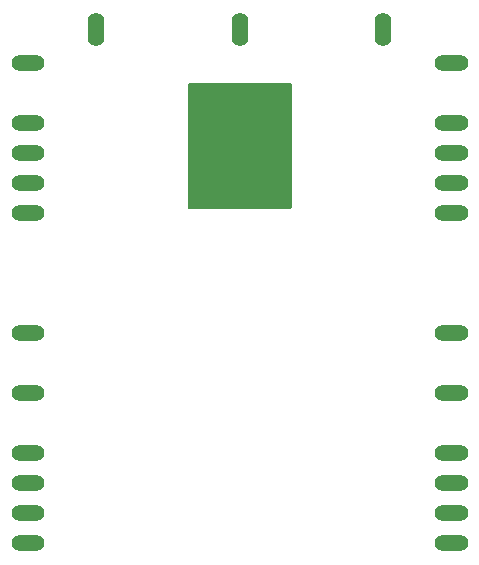
<source format=gbs>
G04 #@! TF.GenerationSoftware,KiCad,Pcbnew,(6.0.8)*
G04 #@! TF.CreationDate,2023-01-09T09:57:13-08:00*
G04 #@! TF.ProjectId,LT8490,4c543834-3930-42e6-9b69-6361645f7063,rev?*
G04 #@! TF.SameCoordinates,Original*
G04 #@! TF.FileFunction,Soldermask,Bot*
G04 #@! TF.FilePolarity,Negative*
%FSLAX46Y46*%
G04 Gerber Fmt 4.6, Leading zero omitted, Abs format (unit mm)*
G04 Created by KiCad (PCBNEW (6.0.8)) date 2023-01-09 09:57:13*
%MOMM*%
%LPD*%
G01*
G04 APERTURE LIST*
%ADD10C,1.400000*%
%ADD11R,1.400000X1.400000*%
G04 APERTURE END LIST*
D10*
X129250000Y-86910000D03*
X130650000Y-86910000D03*
D11*
X129950000Y-86910000D03*
D10*
X166499997Y-79290012D03*
D11*
X165799997Y-79290012D03*
D10*
X165099997Y-79290012D03*
X165100000Y-114850000D03*
D11*
X165800000Y-114850000D03*
D10*
X166500000Y-114850000D03*
X130650000Y-89450000D03*
X129250000Y-89450000D03*
D11*
X129950000Y-89450000D03*
D10*
X130650000Y-84370000D03*
X129250000Y-84370000D03*
D11*
X129950000Y-84370000D03*
D10*
X166500000Y-89450000D03*
D11*
X165800000Y-89450000D03*
D10*
X165100000Y-89450000D03*
X130650000Y-117390000D03*
X129250000Y-117390000D03*
D11*
X129950000Y-117390000D03*
D10*
X130650000Y-114850000D03*
X129250000Y-114850000D03*
D11*
X129950000Y-114850000D03*
D10*
X129250000Y-107230000D03*
X130650000Y-107230000D03*
D11*
X129950000Y-107230000D03*
D10*
X135750000Y-75750000D03*
X135750000Y-77150000D03*
D11*
X135750000Y-76450000D03*
D10*
X130650000Y-91990000D03*
D11*
X129950000Y-91990000D03*
D10*
X129250000Y-91990000D03*
X129250000Y-79290000D03*
X130650000Y-79290000D03*
D11*
X129950000Y-79290000D03*
D10*
X166500000Y-91990000D03*
X165100000Y-91990000D03*
D11*
X165800000Y-91990000D03*
X165800000Y-102150000D03*
D10*
X166500000Y-102150000D03*
X165100000Y-102150000D03*
X130650000Y-102150000D03*
X129250000Y-102150000D03*
D11*
X129950000Y-102150000D03*
D10*
X166500000Y-86910000D03*
X165100000Y-86910000D03*
D11*
X165800000Y-86910000D03*
D10*
X147875000Y-77150000D03*
X147875000Y-75750000D03*
D11*
X147875000Y-76450000D03*
D10*
X165099997Y-84370012D03*
D11*
X165799997Y-84370012D03*
D10*
X166499997Y-84370012D03*
X165100000Y-117390000D03*
D11*
X165800000Y-117390000D03*
D10*
X166500000Y-117390000D03*
X130650000Y-119930000D03*
X129250000Y-119930000D03*
D11*
X129950000Y-119930000D03*
D10*
X130650000Y-112310000D03*
X129250000Y-112310000D03*
D11*
X129950000Y-112310000D03*
D10*
X166500000Y-119930000D03*
X165100000Y-119930000D03*
D11*
X165800000Y-119930000D03*
D10*
X160000000Y-75750000D03*
X160000000Y-77150000D03*
D11*
X160000000Y-76450000D03*
D10*
X166500000Y-107230000D03*
X165100000Y-107230000D03*
D11*
X165800000Y-107230000D03*
D10*
X166500000Y-112310000D03*
D11*
X165800000Y-112310000D03*
D10*
X165100000Y-112310000D03*
G36*
X152217121Y-80970002D02*
G01*
X152263614Y-81023658D01*
X152275000Y-81076000D01*
X152275000Y-91474000D01*
X152254998Y-91542121D01*
X152201342Y-91588614D01*
X152149000Y-91600000D01*
X143601000Y-91600000D01*
X143532879Y-91579998D01*
X143486386Y-91526342D01*
X143475000Y-91474000D01*
X143475000Y-81076000D01*
X143495002Y-81007879D01*
X143548658Y-80961386D01*
X143601000Y-80950000D01*
X152149000Y-80950000D01*
X152217121Y-80970002D01*
G37*
M02*

</source>
